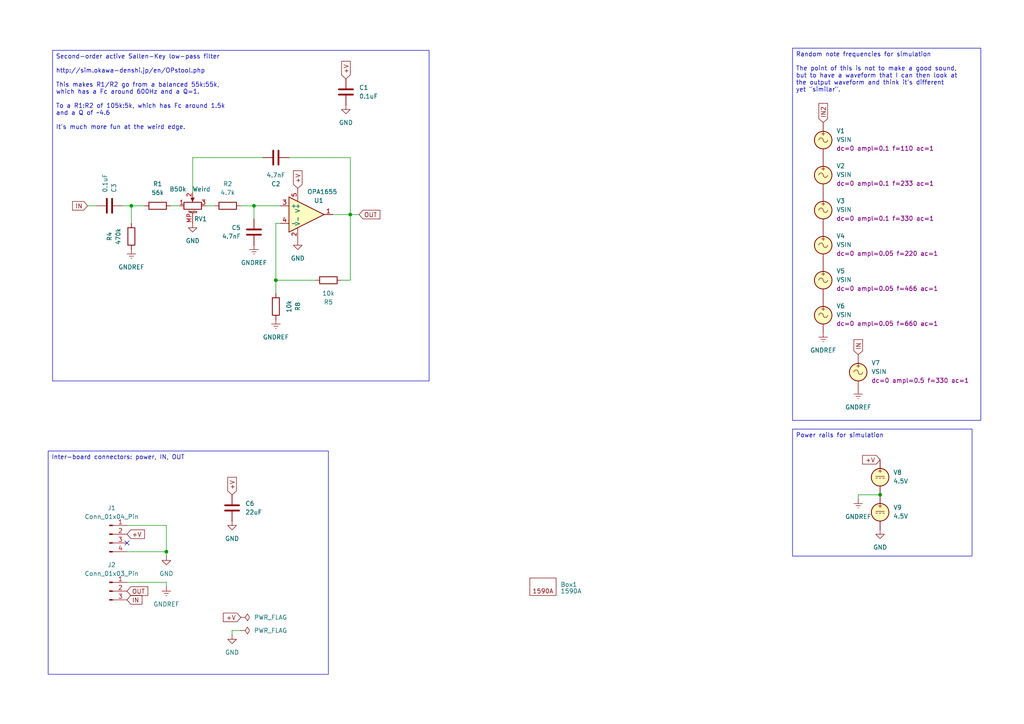
<source format=kicad_sch>
(kicad_sch (version 20250114) (generator "eeschema") (generator_version "9.0")
  (paper "A4")
  (title_block (title "Rectifier (\"Octave up fuzz\")") (date "2025-03-28") (rev "v2.0"))
  (lib_symbols
    (symbol "Connector:Conn_01x03_Pin" (pin_names (offset 1.016) (hide yes))
      (property "Reference" "J" (at 0 5.08 0))
      (property "Value" "Conn_01x03_Pin" (at 0 -5.08 0))
      (symbol "Conn_01x03_Pin_1_1"
        (rectangle (start 0.8636 2.667) (end 0 2.413) (stroke (width 0.1524)) (fill (type outline)))
        (rectangle (start 0.8636 0.127) (end 0 -0.127) (stroke (width 0.1524)) (fill (type outline)))
        (rectangle (start 0.8636 -2.413) (end 0 -2.667) (stroke (width 0.1524)) (fill (type outline)))
        (polyline (pts (xy 1.27 2.54) (xy 0.8636 2.54)) (stroke (width 0.1524)))
        (polyline (pts (xy 1.27 0) (xy 0.8636 0)) (stroke (width 0.1524)))
        (polyline (pts (xy 1.27 -2.54) (xy 0.8636 -2.54)) (stroke (width 0.1524)))
        (pin passive line (at 5.08 2.54 180) (length 3.81) (name "Pin_1") (number "1"))
        (pin passive line (at 5.08 0 180) (length 3.81) (name "Pin_2") (number "2"))
        (pin passive line (at 5.08 -2.54 180) (length 3.81) (name "Pin_3") (number "3"))
      )
    )
    (symbol "Connector:Conn_01x04_Pin" (pin_names (offset 1.016) (hide yes))
      (property "Reference" "J" (at 0 5.08 0))
      (property "Value" "Conn_01x04_Pin" (at 0 -7.62 0))
      (symbol "Conn_01x04_Pin_1_1"
        (rectangle (start 0.8636 2.667) (end 0 2.413) (stroke (width 0.1524)) (fill (type outline)))
        (rectangle (start 0.8636 0.127) (end 0 -0.127) (stroke (width 0.1524)) (fill (type outline)))
        (rectangle (start 0.8636 -2.413) (end 0 -2.667) (stroke (width 0.1524)) (fill (type outline)))
        (rectangle (start 0.8636 -4.953) (end 0 -5.207) (stroke (width 0.1524)) (fill (type outline)))
        (polyline (pts (xy 1.27 2.54) (xy 0.8636 2.54)) (stroke (width 0.1524)))
        (polyline (pts (xy 1.27 0) (xy 0.8636 0)) (stroke (width 0.1524)))
        (polyline (pts (xy 1.27 -2.54) (xy 0.8636 -2.54)) (stroke (width 0.1524)))
        (polyline (pts (xy 1.27 -5.08) (xy 0.8636 -5.08)) (stroke (width 0.1524)))
        (pin passive line (at 5.08 2.54 180) (length 3.81) (name "Pin_1") (number "1"))
        (pin passive line (at 5.08 0 180) (length 3.81) (name "Pin_2") (number "2"))
        (pin passive line (at 5.08 -2.54 180) (length 3.81) (name "Pin_3") (number "3"))
        (pin passive line (at 5.08 -5.08 180) (length 3.81) (name "Pin_4") (number "4"))
      )
    )
    (symbol "Device:C" (pin_numbers (hide yes)) (pin_names (offset 0.254))
      (property "Reference" "C" (at 0.635 2.54 0))
      (property "Value" "C" (at 0.635 -2.54 0))
      (symbol "C_0_1"
        (polyline (pts (xy -2.032 0.762) (xy 2.032 0.762)) (stroke (width 0.508)))
        (polyline (pts (xy -2.032 -0.762) (xy 2.032 -0.762)) (stroke (width 0.508)))
      )
      (symbol "C_1_1"
        (pin passive line (at 0 3.81 270) (length 2.794) (name "~") (number "1"))
        (pin passive line (at 0 -3.81 90) (length 2.794) (name "~") (number "2"))
      )
    )
    (symbol "Device:R" (pin_numbers (hide yes)) (pin_names (offset 0))
      (property "Reference" "R" (at 2.032 0 90))
      (property "Value" "R" (at 0 0 90))
      (symbol "R_0_1"
        (rectangle (start -1.016 -2.54) (end 1.016 2.54) (stroke (width 0.254)))
      )
      (symbol "R_1_1"
        (pin passive line (at 0 3.81 270) (length 1.27) (name "~") (number "1"))
        (pin passive line (at 0 -3.81 90) (length 1.27) (name "~") (number "2"))
      )
    )
    (symbol "Device:R_Potentiometer_MountingPin" (pin_names (offset 1.016) (hide yes))
      (property "Reference" "RV" (at -8.255 0 90))
      (property "Value" "R_Potentiometer_MountingPin" (at -6.35 0 90))
      (symbol "R_Potentiometer_MountingPin_0_1"
        (rectangle (start 1.016 2.54) (end -1.016 -2.54) (stroke (width 0.254)))
        (polyline (pts (xy 1.143 0) (xy 2.286 0.508) (xy 2.286 -0.508)) (fill (type outline)))
        (polyline (pts (xy 2.54 0) (xy 1.524 0)))
      )
      (symbol "R_Potentiometer_MountingPin_1_1"
        (polyline (pts (xy -2.032 1.016) (xy -2.032 -1.016)) (stroke (width 0.1524)))
        (text "Mounting" (at -1.651 0 900) (effects (font (size 0.381 0.381))))
        (pin passive line (at -5.08 0 0) (length 3.048) (name "MountPin") (number "MP"))
        (pin passive line (at 0 3.81 270) (length 1.27) (name "1") (number "1"))
        (pin passive line (at 0 -3.81 90) (length 1.27) (name "3") (number "3"))
        (pin passive line (at 3.81 0 180) (length 1.27) (name "2") (number "2"))
      )
    )
    (symbol "Mylib:Enclosure_1590A" (exclude_from_sim yes)
      (property "Reference" "Box" (at 0 0 0))
      (symbol "Enclosure_1590A_0_1"
        (rectangle (start -3.81 1.27) (end 3.81 -3.81))
      )
      (symbol "Enclosure_1590A_1_1"
        (text "1590A" (at 0 -2.54 0) (effects (font (size 1.27 1.27))))
      )
    )
    (symbol "Mylib:OPA1655DVB"
      (property "Reference" "U" (at 6.858 3.81 0))
      (property "Value" "OPA1655" (at 8.128 6.096 0))
      (symbol "OPA1655DVB_0_1"
        (polyline (pts (xy 0 5.08) (xy 10.16 0) (xy 0 -5.08) (xy 0 5.08)) (stroke (width 0.254)) (fill (type background)))
        (pin power_in line (at 2.54 7.62 270) (length 3.81) (name "V+") (number "5"))
        (pin power_in line (at 2.54 -7.62 90) (length 3.81) (name "V-") (number "2"))
      )
      (symbol "OPA1655DVB_1_1"
        (pin input line (at -2.54 2.54 0) (length 2.54) (name "+") (number "3"))
        (pin input line (at -2.54 -2.54 0) (length 2.54) (name "-") (number "4"))
        (pin output line (at 12.7 0 180) (length 2.54) (name "~") (number "1"))
      )
    )
    (symbol "Simulation_SPICE:VDC" (pin_numbers (hide yes)) (pin_names (offset 0.0254))
      (property "Reference" "V" (at 2.54 2.54 0))
      (property "Value" "1" (at 2.54 0 0))
      (symbol "VDC_0_0"
        (polyline (pts (xy -1.27 0.254) (xy 1.27 0.254)))
        (polyline (pts (xy -0.762 -0.254) (xy -1.27 -0.254)))
        (polyline (pts (xy 0.254 -0.254) (xy -0.254 -0.254)))
        (polyline (pts (xy 1.27 -0.254) (xy 0.762 -0.254)))
        (text "+" (at 0 1.905 0) (effects (font (size 1.27 1.27))))
      )
      (symbol "VDC_0_1"
        (circle (center 0 0) (radius 2.54) (stroke (width 0.254)) (fill (type background)))
      )
      (symbol "VDC_1_1"
        (pin passive line (at 0 5.08 270) (length 2.54) (name "~") (number "1"))
        (pin passive line (at 0 -5.08 90) (length 2.54) (name "~") (number "2"))
      )
    )
    (symbol "Simulation_SPICE:VSIN" (pin_numbers (hide yes)) (pin_names (offset 0.0254))
      (property "Reference" "V" (at 2.54 2.54 0))
      (property "Value" "VSIN" (at 2.54 0 0))
      (property "Sim.Params" "dc=0 ampl=1 f=1k ac=1" (at 2.54 -2.54 0))
      (symbol "VSIN_0_0"
        (arc (start -1.27 0) (mid -0.635 0.6323) (end 0 0))
        (arc (start 1.27 0) (mid 0.635 -0.6323) (end 0 0))
        (text "+" (at 0 1.905 0) (effects (font (size 1.27 1.27))))
      )
      (symbol "VSIN_0_1"
        (circle (center 0 0) (radius 2.54) (stroke (width 0.254)) (fill (type background)))
      )
      (symbol "VSIN_1_1"
        (pin passive line (at 0 5.08 270) (length 2.54) (name "~") (number "1"))
        (pin passive line (at 0 -5.08 90) (length 2.54) (name "~") (number "2"))
      )
    )
    (symbol "power:GND" (power) (pin_numbers (hide yes)) (pin_names (offset 0) (hide yes))
      (property "Value" "GND" (at 0 -3.81 0))
      (symbol "GND_0_1"
        (polyline (pts (xy 0 0) (xy 0 -1.27) (xy 1.27 -1.27) (xy 0 -2.54) (xy -1.27 -1.27) (xy 0 -1.27)))
      )
      (symbol "GND_1_1"
        (pin power_in line (at 0 0 270) (length 0) (name "~") (number "1"))
      )
    )
    (symbol "power:GNDREF" (power) (pin_numbers (hide yes)) (pin_names (offset 0) (hide yes))
      (property "Value" "GNDREF" (at 0 -3.81 0))
      (symbol "GNDREF_0_1"
        (polyline (pts (xy -0.635 -1.905) (xy 0.635 -1.905)))
        (polyline (pts (xy -0.127 -2.54) (xy 0.127 -2.54)))
        (polyline (pts (xy 0 -1.27) (xy 0 0)))
        (polyline (pts (xy 1.27 -1.27) (xy -1.27 -1.27)))
      )
      (symbol "GNDREF_1_1"
        (pin power_in line (at 0 0 270) (length 0) (name "~") (number "1"))
      )
    )
    (symbol "power:PWR_FLAG" (power) (pin_numbers (hide yes)) (pin_names (offset 0) (hide yes))
      (property "Value" "PWR_FLAG" (at 0 3.81 0))
      (symbol "PWR_FLAG_0_0"
        (pin power_out line (at 0 0 90) (length 0) (name "~") (number "1"))
      )
      (symbol "PWR_FLAG_0_1"
        (polyline (pts (xy 0 0) (xy 0 1.27) (xy -1.016 1.905) (xy 0 2.54) (xy 1.016 1.905) (xy 0 1.27)))
      )
    )
  )
  (text_box "Power rails for simulation" (at 229.87 124.46 0) (size 52.07 36.83) (margins 0.9525 0.9525 0.9525 0.9525) (effects (font (size 1.27 1.27)) (justify left top)))
  (text_box "Inter-board connectors: power, IN, OUT" (at 13.97 130.81 0) (size 81.28 64.77) (margins 0.9525 0.9525 0.9525 0.9525) (effects (font (size 1.27 1.27)) (justify left top)))
  (text_box "Second-order active Sallen-Key low-pass filter\n\nhttp://sim.okawa-denshi.jp/en/OPstool.php\n\nThis makes R1/R2 go from a balanced 55k:55k,\nwhich has a Fc around 600Hz and a Q=1.\n\nTo a R1:R2 of 105k:5k, which has Fc around 1.5k\nand a Q of ~4.6\n\nIt's much more fun at the weird edge." (at 15.24 14.605 0) (size 109.22 95.885) (margins 0.9525 0.9525 0.9525 0.9525) (effects (font (size 1.27 1.27)) (justify left top)))
  (text_box "Random note frequencies for simulation\n\nThe point of this is not to make a good sound,\nbut to have a waveform that I can then look at\nthe output waveform and think it's different\nyet \"similar\"." (at 229.87 13.97 0) (size 54.61 107.95) (margins 0.9525 0.9525 0.9525 0.9525) (effects (font (size 1.27 1.27)) (justify left top)))
  (junction (at 101.6 62.23))
  (junction (at 48.26 160.02))
  (junction (at 80.01 81.28))
  (junction (at 38.1 59.69))
  (junction (at 73.66 59.69))
  (junction (at 255.27 143.51))
  (no_connect (at 36.83 157.48))
  (wire (pts (xy 48.26 152.4) (xy 48.26 160.02)))
  (wire (pts (xy 36.83 168.91) (xy 48.26 168.91)))
  (wire (pts (xy 248.92 143.51) (xy 248.92 144.78)))
  (wire (pts (xy 36.83 160.02) (xy 48.26 160.02)))
  (wire (pts (xy 101.6 81.28) (xy 101.6 62.23)))
  (wire (pts (xy 255.27 143.51) (xy 248.92 143.51)))
  (wire (pts (xy 80.01 64.77) (xy 81.28 64.77)))
  (wire (pts (xy 38.1 59.69) (xy 38.1 64.77)))
  (wire (pts (xy 80.01 81.28) (xy 91.44 81.28)))
  (wire (pts (xy 73.66 59.69) (xy 81.28 59.69)))
  (wire (pts (xy 69.85 59.69) (xy 73.66 59.69)))
  (wire (pts (xy 99.06 81.28) (xy 101.6 81.28)))
  (wire (pts (xy 96.52 62.23) (xy 101.6 62.23)))
  (wire (pts (xy 36.83 152.4) (xy 48.26 152.4)))
  (wire (pts (xy 73.66 63.5) (xy 73.66 59.69)))
  (wire (pts (xy 80.01 81.28) (xy 80.01 85.09)))
  (wire (pts (xy 49.53 59.69) (xy 52.07 59.69)))
  (wire (pts (xy 48.26 160.02) (xy 48.26 161.29)))
  (wire (pts (xy 69.85 182.88) (xy 67.31 182.88)))
  (wire (pts (xy 35.56 59.69) (xy 38.1 59.69)))
  (wire (pts (xy 48.26 168.91) (xy 48.26 170.18)))
  (wire (pts (xy 25.4 59.69) (xy 27.94 59.69)))
  (wire (pts (xy 67.31 182.88) (xy 67.31 184.15)))
  (wire (pts (xy 83.82 45.72) (xy 101.6 45.72)))
  (wire (pts (xy 59.69 59.69) (xy 62.23 59.69)))
  (wire (pts (xy 55.88 45.72) (xy 55.88 55.88)))
  (wire (pts (xy 101.6 62.23) (xy 104.14 62.23)))
  (wire (pts (xy 38.1 59.69) (xy 41.91 59.69)))
  (wire (pts (xy 101.6 45.72) (xy 101.6 62.23)))
  (wire (pts (xy 76.2 45.72) (xy 55.88 45.72)))
  (wire (pts (xy 80.01 64.77) (xy 80.01 81.28)))
  (global_label "+V" (shape input) (at 69.85 179.07 180) (property "Intersheetrefs" "${INTERSHEET_REFS}" (effects (hide yes))))
  (global_label "OUT" (shape input) (at 36.83 171.45 0) (property "Intersheetrefs" "${INTERSHEET_REFS}" (effects (hide yes))))
  (global_label "IN" (shape input) (at 36.83 173.99 0) (property "Intersheetrefs" "${INTERSHEET_REFS}" (effects (hide yes))))
  (global_label "IN2" (shape input) (at 238.76 35.56 90) (property "Intersheetrefs" "${INTERSHEET_REFS}" (effects (hide yes))))
  (global_label "IN" (shape input) (at 25.4 59.69 180) (property "Intersheetrefs" "${INTERSHEET_REFS}" (effects (hide yes))))
  (global_label "+V" (shape input) (at 100.33 22.86 90) (property "Intersheetrefs" "${INTERSHEET_REFS}" (effects (hide yes))))
  (global_label "+V" (shape input) (at 36.83 154.94 0) (property "Intersheetrefs" "${INTERSHEET_REFS}" (effects (hide yes))))
  (global_label "+V" (shape input) (at 86.36 54.61 90) (property "Intersheetrefs" "${INTERSHEET_REFS}" (effects (hide yes))))
  (global_label "+V" (shape input) (at 67.31 143.51 90) (property "Intersheetrefs" "${INTERSHEET_REFS}" (effects (hide yes))))
  (global_label "IN" (shape input) (at 248.92 102.87 90) (property "Intersheetrefs" "${INTERSHEET_REFS}" (effects (hide yes))))
  (global_label "+V" (shape input) (at 255.27 133.35 180) (property "Intersheetrefs" "${INTERSHEET_REFS}" (effects (hide yes))))
  (global_label "OUT" (shape input) (at 104.14 62.23 0) (property "Intersheetrefs" "${INTERSHEET_REFS}" (effects (hide yes))))
  (symbol (lib_id "Device:R") (at 45.72 59.69 90) (unit 1)
    (property "Reference" "R1" (at 45.72 53.34 90))
    (property "Value" "56k" (at 45.72 55.88 90))
    (property "Footprint" "Resistor_SMD:R_0805_2012Metric_Pad1.20x1.40mm_HandSolder" (effects (hide yes)))
    (property "Description" "Resistor" (effects (hide yes)))
  )
  (symbol (lib_id "power:GND") (at 48.26 161.29 0) (unit 1)
    (property "Reference" "#PWR013" (effects (hide yes)))
    (property "Value" "GND" (at 48.26 166.37 0))
    (property "Description" "Power symbol creates a global label with name \"GND\" , ground" (effects (hide yes)))
  )
  (symbol (lib_id "Device:R") (at 95.25 81.28 270) (unit 1)
    (property "Reference" "R5" (at 95.25 87.63 90))
    (property "Value" "10k" (at 95.25 85.09 90))
    (property "Footprint" "Resistor_SMD:R_0805_2012Metric_Pad1.20x1.40mm_HandSolder" (effects (hide yes)))
    (property "Description" "Resistor" (effects (hide yes)))
  )
  (symbol (lib_id "power:GND") (at 67.31 184.15 0) (unit 1)
    (property "Reference" "#PWR020" (effects (hide yes)))
    (property "Value" "GND" (at 67.31 189.23 0))
    (property "Description" "Power symbol creates a global label with name \"GND\" , ground" (effects (hide yes)))
  )
  (symbol (lib_id "power:GNDREF") (at 48.26 170.18 0) (unit 1)
    (property "Reference" "#PWR016" (effects (hide yes)))
    (property "Value" "GNDREF" (at 48.26 175.26 0))
    (property "Description" "Power symbol creates a global label with name \"GNDREF\" , reference supply ground" (effects (hide yes)))
  )
  (symbol (lib_id "Device:C") (at 31.75 59.69 270) (mirror x) (unit 1)
    (property "Reference" "C3" (at 33.0201 55.88 0) (effects (justify left)))
    (property "Value" "0.1uF" (at 30.4801 55.88 0) (effects (justify left)))
    (property "Footprint" "Mylib:C_0704_1810Metric" (effects (hide yes)))
    (property "Description" "Unpolarized capacitor" (effects (hide yes)))
  )
  (symbol (lib_id "Device:C") (at 80.01 45.72 90) (mirror x) (unit 1)
    (property "Reference" "C2" (at 80.01 53.34 90))
    (property "Value" "4.7nF" (at 80.01 50.8 90))
    (property "Footprint" "Capacitor_SMD:C_0805_2012Metric_Pad1.18x1.45mm_HandSolder" (effects (hide yes)))
    (property "Description" "Unpolarized capacitor" (effects (hide yes)))
  )
  (symbol (lib_id "Device:R") (at 80.01 88.9 0) (unit 1)
    (property "Reference" "R8" (at 86.36 88.9 90))
    (property "Value" "10k" (at 83.82 88.9 90))
    (property "Footprint" "Resistor_SMD:R_0805_2012Metric_Pad1.20x1.40mm_HandSolder" (effects (hide yes)))
    (property "Description" "Resistor" (effects (hide yes)))
  )
  (symbol (lib_id "Simulation_SPICE:VSIN") (at 238.76 81.28 0) (unit 1) (on_board no)
    (property "Reference" "V5" (at 242.57 78.6101 0) (effects (justify left)))
    (property "Value" "VSIN" (at 242.57 81.1501 0) (effects (justify left)))
    (property "Datasheet" "https://ngspice.sourceforge.io/docs/ngspice-html-manual/manual.xhtml#sec_Independent_Sources_for" (effects (hide yes)))
    (property "Description" "Voltage source, sinusoidal" (effects (hide yes)))
    (property "Sim.Pins" "1=+ 2=-" (effects (hide yes)))
    (property "Sim.Params" "dc=0 ampl=0.05 f=466 ac=1" (at 242.57 83.6901 0) (effects (justify left)))
    (property "Sim.Type" "SIN" (effects (hide yes)))
    (property "Sim.Device" "V" (effects (hide yes)))
  )
  (symbol (lib_id "Mylib:OPA1655DVB") (at 83.82 62.23 0) (unit 1)
    (property "Reference" "U1" (at 92.456 58.166 0))
    (property "Value" "OPA1655" (at 93.472 55.626 0))
    (property "Footprint" "Package_TO_SOT_SMD:SOT-23-5" (effects (hide yes)))
    (property "Datasheet" "https://www.ti.com/lit/ds/symlink/opa1655.pdf" (effects (hide yes)))
    (property "Description" "Ultra-Low-Noise, Low-Distortion, FET-Input Audio Operational Amplifier" (effects (hide yes)))
    (property "Sim.Library" "${KIPRJMOD}/../../symbols/single1655.lib" (effects (hide yes)))
    (property "Sim.Name" "SINGLE1655" (effects (hide yes)))
    (property "Sim.Device" "SUBCKT" (effects (hide yes)))
    (property "Sim.Pins" "1=OUT 2=V- 3=IN+ 4=IN- 5=V+" (effects (hide yes)))
  )
  (symbol (lib_id "Device:C") (at 73.66 67.31 0) (mirror y) (unit 1)
    (property "Reference" "C5" (at 69.85 66.0399 0) (effects (justify left)))
    (property "Value" "4.7nF" (at 69.85 68.5799 0) (effects (justify left)))
    (property "Footprint" "Capacitor_SMD:C_0805_2012Metric_Pad1.18x1.45mm_HandSolder" (effects (hide yes)))
    (property "Description" "Unpolarized capacitor" (effects (hide yes)))
  )
  (symbol (lib_id "Device:R") (at 38.1 68.58 180) (unit 1)
    (property "Reference" "R4" (at 31.75 68.58 90))
    (property "Value" "470k" (at 34.29 68.58 90))
    (property "Footprint" "Resistor_SMD:R_0805_2012Metric_Pad1.20x1.40mm_HandSolder" (effects (hide yes)))
    (property "Description" "Resistor" (effects (hide yes)))
  )
  (symbol (lib_id "power:GNDREF") (at 238.76 96.52 0) (unit 1)
    (property "Reference" "#PWR08" (effects (hide yes)))
    (property "Value" "GNDREF" (at 238.76 101.6 0))
    (property "Description" "Power symbol creates a global label with name \"GNDREF\" , reference supply ground" (effects (hide yes)))
  )
  (symbol (lib_id "power:GNDREF") (at 248.92 113.03 0) (unit 1)
    (property "Reference" "#PWR010" (effects (hide yes)))
    (property "Value" "GNDREF" (at 248.92 118.11 0))
    (property "Description" "Power symbol creates a global label with name \"GNDREF\" , reference supply ground" (effects (hide yes)))
  )
  (symbol (lib_id "power:GND") (at 86.36 69.85 0) (unit 1)
    (property "Reference" "#PWR01" (effects (hide yes)))
    (property "Value" "GND" (at 86.36 74.93 0))
    (property "Description" "Power symbol creates a global label with name \"GND\" , ground" (effects (hide yes)))
  )
  (symbol (lib_id "Connector:Conn_01x04_Pin") (at 31.75 154.94 0) (unit 1) (exclude_from_sim yes)
    (property "Reference" "J1" (at 32.385 147.32 0))
    (property "Value" "Conn_01x04_Pin" (at 32.385 149.86 0))
    (property "Footprint" "Connector_PinHeader_2.54mm:PinHeader_1x04_P2.54mm_Vertical" (effects (hide yes)))
    (property "Description" "Generic connector, single row, 01x04, script generated" (effects (hide yes)))
  )
  (symbol (lib_id "Device:C") (at 100.33 26.67 0) (unit 1)
    (property "Reference" "C1" (at 104.14 25.3999 0) (effects (justify left)))
    (property "Value" "0.1uF" (at 104.14 27.9399 0) (effects (justify left)))
    (property "Footprint" "Mylib:C_0704_1810Metric" (effects (hide yes)))
    (property "Description" "Unpolarized capacitor" (effects (hide yes)))
  )
  (symbol (lib_id "power:GND") (at 67.31 151.13 0) (unit 1)
    (property "Reference" "#PWR011" (effects (hide yes)))
    (property "Value" "GND" (at 67.31 156.21 0))
    (property "Description" "Power symbol creates a global label with name \"GND\" , ground" (effects (hide yes)))
  )
  (symbol (lib_id "power:PWR_FLAG") (at 69.85 182.88 270) (unit 1)
    (property "Reference" "#FLG02" (effects (hide yes)))
    (property "Value" "PWR_FLAG" (at 73.66 182.8801 90) (effects (justify left)))
    (property "Description" "Special symbol for telling ERC where power comes from" (effects (hide yes)))
  )
  (symbol (lib_id "power:GNDREF") (at 73.66 71.12 0) (unit 1)
    (property "Reference" "#PWR05" (effects (hide yes)))
    (property "Value" "GNDREF" (at 73.66 76.2 0))
    (property "Description" "Power symbol creates a global label with name \"GNDREF\" , reference supply ground" (effects (hide yes)))
  )
  (symbol (lib_id "power:GND") (at 255.27 153.67 0) (unit 1)
    (property "Reference" "#PWR021" (effects (hide yes)))
    (property "Value" "GND" (at 255.27 158.75 0))
    (property "Description" "Power symbol creates a global label with name \"GND\" , ground" (effects (hide yes)))
  )
  (symbol (lib_id "power:GNDREF") (at 38.1 72.39 0) (unit 1)
    (property "Reference" "#PWR06" (effects (hide yes)))
    (property "Value" "GNDREF" (at 38.1 77.47 0))
    (property "Description" "Power symbol creates a global label with name \"GNDREF\" , reference supply ground" (effects (hide yes)))
  )
  (symbol (lib_id "Simulation_SPICE:VSIN") (at 238.76 40.64 0) (unit 1) (on_board no)
    (property "Reference" "V1" (at 242.57 37.9701 0) (effects (justify left)))
    (property "Value" "VSIN" (at 242.57 40.5101 0) (effects (justify left)))
    (property "Datasheet" "https://ngspice.sourceforge.io/docs/ngspice-html-manual/manual.xhtml#sec_Independent_Sources_for" (effects (hide yes)))
    (property "Description" "Voltage source, sinusoidal" (effects (hide yes)))
    (property "Sim.Pins" "1=+ 2=-" (effects (hide yes)))
    (property "Sim.Params" "dc=0 ampl=0.1 f=110 ac=1" (at 242.57 43.0501 0) (effects (justify left)))
    (property "Sim.Type" "SIN" (effects (hide yes)))
    (property "Sim.Device" "V" (effects (hide yes)))
  )
  (symbol (lib_id "Device:C") (at 67.31 147.32 0) (unit 1)
    (property "Reference" "C6" (at 71.12 146.0499 0) (effects (justify left)))
    (property "Value" "22uF" (at 71.12 148.5899 0) (effects (justify left)))
    (property "Footprint" "Capacitor_SMD:C_1206_3216Metric_Pad1.33x1.80mm_HandSolder" (effects (hide yes)))
    (property "Description" "Unpolarized capacitor" (effects (hide yes)))
  )
  (symbol (lib_id "power:GND") (at 100.33 30.48 0) (unit 1)
    (property "Reference" "#PWR02" (effects (hide yes)))
    (property "Value" "GND" (at 100.33 35.56 0))
    (property "Description" "Power symbol creates a global label with name \"GND\" , ground" (effects (hide yes)))
  )
  (symbol (lib_id "Device:R_Potentiometer_MountingPin") (at 55.88 59.69 90) (unit 1)
    (property "Reference" "RV1" (at 58.166 63.5 90))
    (property "Value" "B50k  Weird" (at 55.118 54.864 90))
    (property "Footprint" "Mylib:Potentiometer_9mm_MP" (effects (hide yes)))
    (property "Description" "Potentiometer with a mounting pin" (effects (hide yes)))
    (property "Sim.Device" "R" (effects (hide yes)))
    (property "Sim.Type" "POT" (effects (hide yes)))
    (property "Sim.Pins" "1=r0 2=wiper 3=r1" (effects (hide yes)))
    (property "Sim.Params" "r=100k pos=1" (effects (hide yes)))
  )
  (symbol (lib_id "Simulation_SPICE:VSIN") (at 238.76 60.96 0) (unit 1) (on_board no)
    (property "Reference" "V3" (at 242.57 58.2901 0) (effects (justify left)))
    (property "Value" "VSIN" (at 242.57 60.8301 0) (effects (justify left)))
    (property "Datasheet" "https://ngspice.sourceforge.io/docs/ngspice-html-manual/manual.xhtml#sec_Independent_Sources_for" (effects (hide yes)))
    (property "Description" "Voltage source, sinusoidal" (effects (hide yes)))
    (property "Sim.Pins" "1=+ 2=-" (effects (hide yes)))
    (property "Sim.Params" "dc=0 ampl=0.1 f=330 ac=1" (at 242.57 63.3701 0) (effects (justify left)))
    (property "Sim.Type" "SIN" (effects (hide yes)))
    (property "Sim.Device" "V" (effects (hide yes)))
  )
  (symbol (lib_id "power:PWR_FLAG") (at 69.85 179.07 270) (unit 1)
    (property "Reference" "#FLG01" (effects (hide yes)))
    (property "Value" "PWR_FLAG" (at 73.66 179.0699 90) (effects (justify left)))
    (property "Description" "Special symbol for telling ERC where power comes from" (effects (hide yes)))
  )
  (symbol (lib_id "Simulation_SPICE:VSIN") (at 238.76 71.12 0) (unit 1) (on_board no)
    (property "Reference" "V4" (at 242.57 68.4501 0) (effects (justify left)))
    (property "Value" "VSIN" (at 242.57 70.9901 0) (effects (justify left)))
    (property "Datasheet" "https://ngspice.sourceforge.io/docs/ngspice-html-manual/manual.xhtml#sec_Independent_Sources_for" (effects (hide yes)))
    (property "Description" "Voltage source, sinusoidal" (effects (hide yes)))
    (property "Sim.Pins" "1=+ 2=-" (effects (hide yes)))
    (property "Sim.Params" "dc=0 ampl=0.05 f=220 ac=1" (at 242.57 73.5301 0) (effects (justify left)))
    (property "Sim.Type" "SIN" (effects (hide yes)))
    (property "Sim.Device" "V" (effects (hide yes)))
  )
  (symbol (lib_id "Device:R") (at 66.04 59.69 90) (unit 1)
    (property "Reference" "R2" (at 66.04 53.34 90))
    (property "Value" "4.7k" (at 66.04 55.88 90))
    (property "Footprint" "Resistor_SMD:R_0805_2012Metric_Pad1.20x1.40mm_HandSolder" (effects (hide yes)))
    (property "Description" "Resistor" (effects (hide yes)))
  )
  (symbol (lib_id "Simulation_SPICE:VDC") (at 255.27 138.43 0) (unit 1) (on_board no)
    (property "Reference" "V8" (at 259.08 137.0301 0) (effects (justify left)))
    (property "Value" "4.5V" (at 259.08 139.5701 0) (effects (justify left)))
    (property "Datasheet" "https://ngspice.sourceforge.io/docs/ngspice-html-manual/manual.xhtml#sec_Independent_Sources_for" (effects (hide yes)))
    (property "Description" "Voltage source, DC" (effects (hide yes)))
    (property "Sim.Pins" "1=+ 2=-" (effects (hide yes)))
    (property "Sim.Type" "DC" (effects (hide yes)))
    (property "Sim.Device" "V" (effects (hide yes)))
  )
  (symbol (lib_id "Mylib:Enclosure_1590A") (at 157.48 168.91 0) (unit 1) (exclude_from_sim yes)
    (property "Reference" "Box1" (at 162.56 169.5449 0) (effects (justify left)))
    (property "Value" "1590A" (at 162.56 171.45 0) (effects (justify left)))
    (property "Footprint" "Mylib:1590A" (effects (hide yes)))
  )
  (symbol (lib_id "Simulation_SPICE:VSIN") (at 248.92 107.95 0) (unit 1) (on_board no)
    (property "Reference" "V7" (at 252.73 105.2801 0) (effects (justify left)))
    (property "Value" "VSIN" (at 252.73 107.8201 0) (effects (justify left)))
    (property "Datasheet" "https://ngspice.sourceforge.io/docs/ngspice-html-manual/manual.xhtml#sec_Independent_Sources_for" (effects (hide yes)))
    (property "Description" "Voltage source, sinusoidal" (effects (hide yes)))
    (property "Sim.Pins" "1=+ 2=-" (effects (hide yes)))
    (property "Sim.Params" "dc=0 ampl=0.5 f=330 ac=1" (at 252.73 110.3601 0) (effects (justify left)))
    (property "Sim.Type" "SIN" (effects (hide yes)))
    (property "Sim.Device" "V" (effects (hide yes)))
  )
  (symbol (lib_id "Simulation_SPICE:VDC") (at 255.27 148.59 0) (unit 1) (on_board no)
    (property "Reference" "V9" (at 259.08 147.1901 0) (effects (justify left)))
    (property "Value" "4.5V" (at 259.08 149.7301 0) (effects (justify left)))
    (property "Datasheet" "https://ngspice.sourceforge.io/docs/ngspice-html-manual/manual.xhtml#sec_Independent_Sources_for" (effects (hide yes)))
    (property "Description" "Voltage source, DC" (effects (hide yes)))
    (property "Sim.Pins" "1=+ 2=-" (effects (hide yes)))
    (property "Sim.Type" "DC" (effects (hide yes)))
    (property "Sim.Device" "V" (effects (hide yes)))
  )
  (symbol (lib_id "Connector:Conn_01x03_Pin") (at 31.75 171.45 0) (unit 1) (exclude_from_sim yes)
    (property "Reference" "J2" (at 32.385 163.83 0))
    (property "Value" "Conn_01x03_Pin" (at 32.385 166.37 0))
    (property "Footprint" "Connector_PinHeader_2.54mm:PinHeader_1x03_P2.54mm_Vertical" (effects (hide yes)))
    (property "Description" "Generic connector, single row, 01x03, script generated" (effects (hide yes)))
  )
  (symbol (lib_id "Simulation_SPICE:VSIN") (at 238.76 50.8 0) (unit 1) (on_board no)
    (property "Reference" "V2" (at 242.57 48.1301 0) (effects (justify left)))
    (property "Value" "VSIN" (at 242.57 50.6701 0) (effects (justify left)))
    (property "Datasheet" "https://ngspice.sourceforge.io/docs/ngspice-html-manual/manual.xhtml#sec_Independent_Sources_for" (effects (hide yes)))
    (property "Description" "Voltage source, sinusoidal" (effects (hide yes)))
    (property "Sim.Pins" "1=+ 2=-" (effects (hide yes)))
    (property "Sim.Params" "dc=0 ampl=0.1 f=233 ac=1" (at 242.57 53.2101 0) (effects (justify left)))
    (property "Sim.Type" "SIN" (effects (hide yes)))
    (property "Sim.Device" "V" (effects (hide yes)))
  )
  (symbol (lib_id "Simulation_SPICE:VSIN") (at 238.76 91.44 0) (unit 1) (on_board no)
    (property "Reference" "V6" (at 242.57 88.7701 0) (effects (justify left)))
    (property "Value" "VSIN" (at 242.57 91.3101 0) (effects (justify left)))
    (property "Datasheet" "https://ngspice.sourceforge.io/docs/ngspice-html-manual/manual.xhtml#sec_Independent_Sources_for" (effects (hide yes)))
    (property "Description" "Voltage source, sinusoidal" (effects (hide yes)))
    (property "Sim.Pins" "1=+ 2=-" (effects (hide yes)))
    (property "Sim.Params" "dc=0 ampl=0.05 f=660 ac=1" (at 242.57 93.8501 0) (effects (justify left)))
    (property "Sim.Type" "SIN" (effects (hide yes)))
    (property "Sim.Device" "V" (effects (hide yes)))
  )
  (symbol (lib_id "power:GNDREF") (at 248.92 144.78 0) (unit 1)
    (property "Reference" "#PWR019" (effects (hide yes)))
    (property "Value" "GNDREF" (at 248.92 149.86 0))
    (property "Description" "Power symbol creates a global label with name \"GNDREF\" , reference supply ground" (effects (hide yes)))
  )
  (symbol (lib_id "power:GND") (at 55.88 64.77 0) (unit 1)
    (property "Reference" "#PWR03" (effects (hide yes)))
    (property "Value" "GND" (at 55.88 69.85 0))
    (property "Description" "Power symbol creates a global label with name \"GND\" , ground" (effects (hide yes)))
  )
  (symbol (lib_id "power:GNDREF") (at 80.01 92.71 0) (unit 1)
    (property "Reference" "#PWR07" (effects (hide yes)))
    (property "Value" "GNDREF" (at 80.01 97.79 0))
    (property "Description" "Power symbol creates a global label with name \"GNDREF\" , reference supply ground" (effects (hide yes)))
  )
)
</source>
